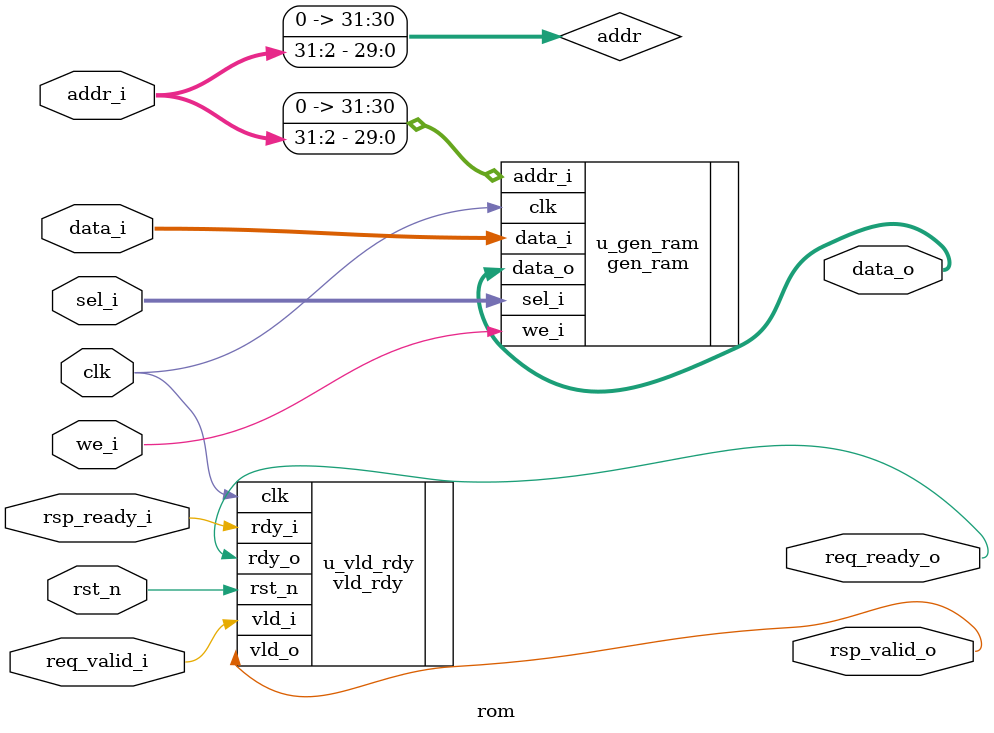
<source format=v>

/* ===========================================================
 *  Project      : Tiny_FPGA
 *  Unique Tag   : Auto‑generated header (do not remove this line!!!)
 *  Log（开发日志）:
    1. 2025-07-25 Created header by Albert
    2. ...
 * =========================================================== */
/*                                                                      
 Copyright 2020 Blue Liang, liangkangnan@163.com
                                                                         
 Licensed under the Apache License, Version 2.0 (the "License");         
 you may not use this file except in compliance with the License.        
 You may obtain a copy of the License at                                 
                                                                         
     http://www.apache.org/licenses/LICENSE-2.0                          
                                                                         
 Unless required by applicable law or agreed to in writing, software    
 distributed under the License is distributed on an "AS IS" BASIS,       
 WITHOUT WARRANTIES OR CONDITIONS OF ANY KIND, either express or implied.
 See the License for the specific language governing permissions and     
 limitations under the License.                                          
 */

`include "../core/defines.v"


module rom #(
    parameter DP = 4096)(

    input wire clk,
    input wire rst_n,
    input wire[31:0] addr_i,
    input wire[31:0] data_i,
    input wire[3:0] sel_i,
    input wire we_i,
	output wire[31:0] data_o,

    input wire req_valid_i,
    output wire req_ready_o,
    output wire rsp_valid_o,
    input wire rsp_ready_i

    );

    wire[31:0] addr = addr_i[31:2];

    gen_ram #(
        .DP(DP),
        .DW(32),
        .MW(4),
        .AW(32),
        //.INIT_HEX_FILE("E:/FPGA/Testbench_ASIC/tools/boot.data") 
        .INIT_HEX_FILE("NONE") 
    ) u_gen_ram(
        .clk(clk),
        .addr_i(addr),
        .data_i(data_i),
        .sel_i(sel_i),
        .we_i(we_i),
        .data_o(data_o)
    );

    vld_rdy #(
        .CUT_READY(0)
    ) u_vld_rdy(
        .clk(clk),
        .rst_n(rst_n),
        .vld_i(req_valid_i),
        .rdy_o(req_ready_o),
        .rdy_i(rsp_ready_i),
        .vld_o(rsp_valid_o)
    );

endmodule

</source>
